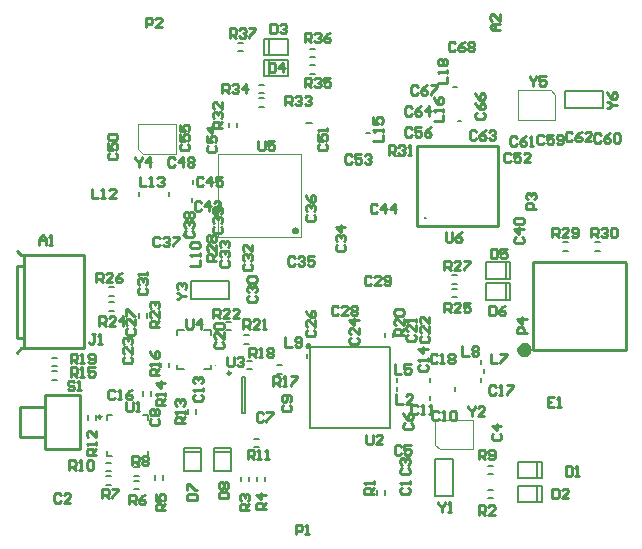
<source format=gto>
%FSLAX25Y25*%
%MOIN*%
G70*
G01*
G75*
%ADD10R,0.05512X0.04724*%
%ADD11R,0.04331X0.07480*%
%ADD12R,0.05315X0.01575*%
%ADD13R,0.09449X0.02992*%
%ADD14R,0.05118X0.02756*%
%ADD15O,0.03347X0.01102*%
%ADD16O,0.01102X0.03347*%
%ADD17R,0.06693X0.06693*%
%ADD18R,0.16535X0.16535*%
%ADD19O,0.02900X0.01100*%
%ADD20O,0.01100X0.02900*%
%ADD21R,0.15748X0.15748*%
%ADD22R,0.17606X0.17606*%
%ADD23O,0.03347X0.01102*%
%ADD24O,0.01102X0.03347*%
%ADD25R,0.04724X0.04724*%
%ADD26R,0.04921X0.07874*%
%ADD27R,0.02756X0.03543*%
%ADD28R,0.02756X0.00984*%
%ADD29R,0.02402X0.08661*%
%ADD30R,0.05512X0.04331*%
%ADD31R,0.01181X0.01181*%
%ADD32R,0.01181X0.01181*%
%ADD33R,0.02362X0.01969*%
%ADD34R,0.01969X0.02362*%
%ADD35R,0.02756X0.03543*%
%ADD36R,0.03543X0.02756*%
%ADD37R,0.02992X0.09449*%
%ADD38R,0.04331X0.05512*%
%ADD39R,0.04724X0.04724*%
%ADD40R,0.07480X0.04331*%
%ADD41C,0.01200*%
%ADD42C,0.02000*%
%ADD43C,0.01000*%
%ADD44C,0.01500*%
%ADD45O,0.06299X0.04724*%
%ADD46C,0.04724*%
%ADD47R,0.06299X0.06299*%
%ADD48C,0.06299*%
%ADD49R,0.07480X0.07480*%
%ADD50C,0.07480*%
%ADD51C,0.02400*%
%ADD52C,0.03150*%
%ADD53C,0.04000*%
%ADD54O,0.08331X0.06756*%
%ADD55C,0.06756*%
G04:AMPARAMS|DCode=56|XSize=99.37mil|YSize=99.37mil|CornerRadius=0mil|HoleSize=0mil|Usage=FLASHONLY|Rotation=0.000|XOffset=0mil|YOffset=0mil|HoleType=Round|Shape=Relief|Width=10mil|Gap=10mil|Entries=4|*
%AMTHD56*
7,0,0,0.09937,0.07937,0.01000,45*
%
%ADD56THD56*%
%ADD57C,0.07937*%
G04:AMPARAMS|DCode=58|XSize=95.433mil|YSize=95.433mil|CornerRadius=0mil|HoleSize=0mil|Usage=FLASHONLY|Rotation=0.000|XOffset=0mil|YOffset=0mil|HoleType=Round|Shape=Relief|Width=10mil|Gap=10mil|Entries=4|*
%AMTHD58*
7,0,0,0.09543,0.07543,0.01000,45*
%
%ADD58THD58*%
%ADD59C,0.07543*%
G04:AMPARAMS|DCode=60|XSize=72mil|YSize=72mil|CornerRadius=0mil|HoleSize=0mil|Usage=FLASHONLY|Rotation=0.000|XOffset=0mil|YOffset=0mil|HoleType=Round|Shape=Relief|Width=10mil|Gap=10mil|Entries=4|*
%AMTHD60*
7,0,0,0.07200,0.05200,0.01000,45*
%
%ADD60THD60*%
%ADD61C,0.05200*%
%ADD62C,0.00984*%
%ADD63C,0.00394*%
%ADD64C,0.00315*%
%ADD65C,0.00787*%
%ADD66C,0.00500*%
G36*
X192083Y173745D02*
X192414Y173524D01*
X192635Y173193D01*
X192712Y172803D01*
X192635Y172413D01*
X192414Y172082D01*
X192083Y171861D01*
X191693Y171784D01*
X191303Y171861D01*
X190972Y172082D01*
X190751Y172413D01*
X190673Y172803D01*
X190751Y173193D01*
X190972Y173524D01*
X191303Y173745D01*
X191693Y173823D01*
X192083Y173745D01*
D02*
G37*
G36*
X264713Y173705D02*
X265494Y173183D01*
X266017Y172402D01*
X266200Y171480D01*
X266017Y170559D01*
X265494Y169777D01*
X264713Y169255D01*
X263791Y169072D01*
X262870Y169255D01*
X262088Y169777D01*
X261566Y170559D01*
X261383Y171480D01*
X261566Y172402D01*
X262088Y173183D01*
X262870Y173705D01*
X263791Y173889D01*
X264713Y173705D01*
D02*
G37*
G36*
X231009Y215910D02*
X231167Y215528D01*
X231009Y215145D01*
X230626Y214986D01*
X230243Y215145D01*
X230085Y215528D01*
X230243Y215910D01*
X230626Y216069D01*
X231009Y215910D01*
D02*
G37*
G36*
X187772Y212301D02*
X188163Y212040D01*
X188424Y211650D01*
X188515Y211189D01*
X188424Y210728D01*
X188163Y210337D01*
X187772Y210076D01*
X187311Y209985D01*
X186850Y210076D01*
X186460Y210337D01*
X186198Y210728D01*
X186107Y211189D01*
X186198Y211650D01*
X186460Y212040D01*
X186850Y212301D01*
X187311Y212393D01*
X187772Y212301D01*
D02*
G37*
D43*
X94500Y170500D02*
X96000Y172000D01*
X97000D01*
X94500Y204500D02*
X96000Y203000D01*
X97000D01*
X94500Y199500D02*
X97000D01*
X94500Y175500D02*
Y199500D01*
Y175500D02*
X97000D01*
Y172000D02*
X117000D01*
X97000D02*
Y203000D01*
X117000D01*
Y172000D02*
Y203000D01*
X228028Y212653D02*
X255035D01*
X228028D02*
Y239543D01*
X255035D01*
Y212653D02*
Y239543D01*
X104000Y138500D02*
X115500D01*
X104000D02*
Y156500D01*
X115500D01*
Y138500D02*
Y156500D01*
X95500Y142500D02*
X104000D01*
X95500D02*
Y152500D01*
X104000D01*
X266512Y200933D02*
X297067D01*
X297500Y200500D01*
Y171500D02*
Y200500D01*
X297433Y171433D02*
X297500Y171500D01*
X266512Y171433D02*
X297433D01*
X266512D02*
Y200933D01*
X134000Y235699D02*
Y235166D01*
X135066Y234100D01*
X136133Y235166D01*
Y235699D01*
X135066Y234100D02*
Y232500D01*
X138798D02*
Y235699D01*
X137199Y234100D01*
X139332D01*
X147801Y188500D02*
X148334D01*
X149400Y189566D01*
X148334Y190633D01*
X147801D01*
X149400Y189566D02*
X151000D01*
X148334Y191699D02*
X147801Y192232D01*
Y193298D01*
X148334Y193832D01*
X148867D01*
X149400Y193298D01*
Y192765D01*
Y193298D01*
X149934Y193832D01*
X150467D01*
X151000Y193298D01*
Y192232D01*
X150467Y191699D01*
X120633Y176699D02*
X119566D01*
X120099D01*
Y174033D01*
X119566Y173500D01*
X119033D01*
X118500Y174033D01*
X121699Y173500D02*
X122765D01*
X122232D01*
Y176699D01*
X121699Y176166D01*
X267500Y218500D02*
X264301D01*
Y220099D01*
X264834Y220633D01*
X265900D01*
X266434Y220099D01*
Y218500D01*
X264834Y221699D02*
X264301Y222232D01*
Y223299D01*
X264834Y223832D01*
X265367D01*
X265900Y223299D01*
Y222765D01*
Y223299D01*
X266434Y223832D01*
X266967D01*
X267500Y223299D01*
Y222232D01*
X266967Y221699D01*
X164724Y169199D02*
Y166533D01*
X165258Y166000D01*
X166324D01*
X166857Y166533D01*
Y169199D01*
X167923Y168666D02*
X168456Y169199D01*
X169523D01*
X170056Y168666D01*
Y168133D01*
X169523Y167599D01*
X168990D01*
X169523D01*
X170056Y167066D01*
Y166533D01*
X169523Y166000D01*
X168456D01*
X167923Y166533D01*
X131000Y154199D02*
Y151533D01*
X131533Y151000D01*
X132599D01*
X133133Y151533D01*
Y154199D01*
X134199Y151000D02*
X135265D01*
X134732D01*
Y154199D01*
X134199Y153666D01*
X237500Y210699D02*
Y208033D01*
X238033Y207500D01*
X239100D01*
X239633Y208033D01*
Y210699D01*
X242832D02*
X241765Y210166D01*
X240699Y209100D01*
Y208033D01*
X241232Y207500D01*
X242299D01*
X242832Y208033D01*
Y208566D01*
X242299Y209100D01*
X240699D01*
X211000Y143199D02*
Y140533D01*
X211533Y140000D01*
X212599D01*
X213133Y140533D01*
Y143199D01*
X216332Y140000D02*
X214199D01*
X216332Y142133D01*
Y142666D01*
X215798Y143199D01*
X214732D01*
X214199Y142666D01*
X175000Y241199D02*
Y238533D01*
X175533Y238000D01*
X176600D01*
X177133Y238533D01*
Y241199D01*
X180332D02*
X178199D01*
Y239599D01*
X179265Y240133D01*
X179798D01*
X180332Y239599D01*
Y238533D01*
X179798Y238000D01*
X178732D01*
X178199Y238533D01*
X113633Y160666D02*
X113100Y161199D01*
X112033D01*
X111500Y160666D01*
Y160133D01*
X112033Y159599D01*
X113100D01*
X113633Y159066D01*
Y158533D01*
X113100Y158000D01*
X112033D01*
X111500Y158533D01*
X114699Y158000D02*
X115765D01*
X115232D01*
Y161199D01*
X114699Y160666D01*
X264500Y177000D02*
X261301D01*
Y178600D01*
X261834Y179133D01*
X262900D01*
X263434Y178600D01*
Y177000D01*
X264500Y181799D02*
X261301D01*
X262900Y180199D01*
Y182332D01*
X161801Y122000D02*
X165000D01*
Y123600D01*
X164467Y124133D01*
X162334D01*
X161801Y123600D01*
Y122000D01*
X162334Y125199D02*
X161801Y125732D01*
Y126798D01*
X162334Y127332D01*
X162867D01*
X163400Y126798D01*
X163934Y127332D01*
X164467D01*
X165000Y126798D01*
Y125732D01*
X164467Y125199D01*
X163934D01*
X163400Y125732D01*
X162867Y125199D01*
X162334D01*
X163400Y125732D02*
Y126798D01*
X273633Y155699D02*
X271500D01*
Y152500D01*
X273633D01*
X271500Y154100D02*
X272566D01*
X274699Y152500D02*
X275765D01*
X275232D01*
Y155699D01*
X274699Y155166D01*
X112000Y131500D02*
Y134699D01*
X113600D01*
X114133Y134166D01*
Y133099D01*
X113600Y132566D01*
X112000D01*
X113066D02*
X114133Y131500D01*
X115199D02*
X116265D01*
X115732D01*
Y134699D01*
X115199Y134166D01*
X117865D02*
X118398Y134699D01*
X119464D01*
X119997Y134166D01*
Y132033D01*
X119464Y131500D01*
X118398D01*
X117865Y132033D01*
Y134166D01*
X151000Y181699D02*
Y179033D01*
X151533Y178500D01*
X152600D01*
X153133Y179033D01*
Y181699D01*
X155798Y178500D02*
Y181699D01*
X154199Y180099D01*
X156332D01*
X139334Y148633D02*
X138801Y148100D01*
Y147033D01*
X139334Y146500D01*
X141467D01*
X142000Y147033D01*
Y148100D01*
X141467Y148633D01*
X139334Y149699D02*
X138801Y150232D01*
Y151298D01*
X139334Y151832D01*
X139867D01*
X140401Y151298D01*
X140934Y151832D01*
X141467D01*
X142000Y151298D01*
Y150232D01*
X141467Y149699D01*
X140934D01*
X140401Y150232D01*
X139867Y149699D01*
X139334D01*
X140401Y150232D02*
Y151298D01*
X255500Y278000D02*
X253367D01*
X252301Y279066D01*
X253367Y280133D01*
X255500D01*
X253901D01*
Y278000D01*
X255500Y283332D02*
Y281199D01*
X253367Y283332D01*
X252834D01*
X252301Y282799D01*
Y281732D01*
X252834Y281199D01*
X102000Y206500D02*
Y208633D01*
X103066Y209699D01*
X104133Y208633D01*
Y206500D01*
Y208100D01*
X102000D01*
X105199Y206500D02*
X106265D01*
X105732D01*
Y209699D01*
X105199Y209166D01*
X183334Y153133D02*
X182801Y152600D01*
Y151533D01*
X183334Y151000D01*
X185467D01*
X186000Y151533D01*
Y152600D01*
X185467Y153133D01*
Y154199D02*
X186000Y154732D01*
Y155798D01*
X185467Y156332D01*
X183334D01*
X182801Y155798D01*
Y154732D01*
X183334Y154199D01*
X183867D01*
X184400Y154732D01*
Y156332D01*
X195334Y240133D02*
X194801Y239599D01*
Y238533D01*
X195334Y238000D01*
X197467D01*
X198000Y238533D01*
Y239599D01*
X197467Y240133D01*
X194801Y243332D02*
Y241199D01*
X196400D01*
X195867Y242265D01*
Y242798D01*
X196400Y243332D01*
X197467D01*
X198000Y242798D01*
Y241732D01*
X197467Y241199D01*
X198000Y244398D02*
Y245464D01*
Y244931D01*
X194801D01*
X195334Y244398D01*
X112500Y167000D02*
Y170199D01*
X114100D01*
X114633Y169666D01*
Y168599D01*
X114100Y168066D01*
X112500D01*
X113566D02*
X114633Y167000D01*
X115699D02*
X116765D01*
X116232D01*
Y170199D01*
X115699Y169666D01*
X118365Y167533D02*
X118898Y167000D01*
X119964D01*
X120497Y167533D01*
Y169666D01*
X119964Y170199D01*
X118898D01*
X118365Y169666D01*
Y169133D01*
X118898Y168599D01*
X120497D01*
X163000Y257000D02*
Y260199D01*
X164600D01*
X165133Y259666D01*
Y258599D01*
X164600Y258066D01*
X163000D01*
X164066D02*
X165133Y257000D01*
X166199Y259666D02*
X166732Y260199D01*
X167798D01*
X168332Y259666D01*
Y259133D01*
X167798Y258599D01*
X167265D01*
X167798D01*
X168332Y258066D01*
Y257533D01*
X167798Y257000D01*
X166732D01*
X166199Y257533D01*
X170997Y257000D02*
Y260199D01*
X169398Y258599D01*
X171531D01*
X142000Y163000D02*
X138801D01*
Y164600D01*
X139334Y165133D01*
X140401D01*
X140934Y164600D01*
Y163000D01*
Y164066D02*
X142000Y165133D01*
Y166199D02*
Y167265D01*
Y166732D01*
X138801D01*
X139334Y166199D01*
X138801Y170997D02*
X139334Y169931D01*
X140401Y168865D01*
X141467D01*
X142000Y169398D01*
Y170464D01*
X141467Y170997D01*
X140934D01*
X140401Y170464D01*
Y168865D01*
X184000Y253000D02*
Y256199D01*
X185600D01*
X186133Y255666D01*
Y254599D01*
X185600Y254066D01*
X184000D01*
X185066D02*
X186133Y253000D01*
X187199Y255666D02*
X187732Y256199D01*
X188798D01*
X189332Y255666D01*
Y255133D01*
X188798Y254599D01*
X188265D01*
X188798D01*
X189332Y254066D01*
Y253533D01*
X188798Y253000D01*
X187732D01*
X187199Y253533D01*
X190398Y255666D02*
X190931Y256199D01*
X191997D01*
X192531Y255666D01*
Y255133D01*
X191997Y254599D01*
X191464D01*
X191997D01*
X192531Y254066D01*
Y253533D01*
X191997Y253000D01*
X190931D01*
X190398Y253533D01*
X130334Y169133D02*
X129801Y168599D01*
Y167533D01*
X130334Y167000D01*
X132467D01*
X133000Y167533D01*
Y168599D01*
X132467Y169133D01*
X133000Y172332D02*
Y170199D01*
X130867Y172332D01*
X130334D01*
X129801Y171799D01*
Y170732D01*
X130334Y170199D01*
Y173398D02*
X129801Y173931D01*
Y174997D01*
X130334Y175531D01*
X130867D01*
X131401Y174997D01*
Y174464D01*
Y174997D01*
X131934Y175531D01*
X132467D01*
X133000Y174997D01*
Y173931D01*
X132467Y173398D01*
X160834Y174133D02*
X160301Y173600D01*
Y172533D01*
X160834Y172000D01*
X162967D01*
X163500Y172533D01*
Y173600D01*
X162967Y174133D01*
X163500Y177332D02*
Y175199D01*
X161367Y177332D01*
X160834D01*
X160301Y176798D01*
Y175732D01*
X160834Y175199D01*
Y178398D02*
X160301Y178931D01*
Y179997D01*
X160834Y180531D01*
X162967D01*
X163500Y179997D01*
Y178931D01*
X162967Y178398D01*
X160834D01*
X137500Y279000D02*
Y282199D01*
X139100D01*
X139633Y281666D01*
Y280599D01*
X139100Y280066D01*
X137500D01*
X142832Y279000D02*
X140699D01*
X142832Y281133D01*
Y281666D01*
X142298Y282199D01*
X141232D01*
X140699Y281666D01*
X170000Y178500D02*
Y181699D01*
X171599D01*
X172133Y181166D01*
Y180099D01*
X171599Y179566D01*
X170000D01*
X171066D02*
X172133Y178500D01*
X175332D02*
X173199D01*
X175332Y180633D01*
Y181166D01*
X174799Y181699D01*
X173732D01*
X173199Y181166D01*
X176398Y178500D02*
X177464D01*
X176931D01*
Y181699D01*
X176398Y181166D01*
X223834Y147133D02*
X223301Y146599D01*
Y145533D01*
X223834Y145000D01*
X225967D01*
X226500Y145533D01*
Y146599D01*
X225967Y147133D01*
X223301Y150332D02*
X223834Y149265D01*
X224901Y148199D01*
X225967D01*
X226500Y148732D01*
Y149799D01*
X225967Y150332D01*
X225434D01*
X224901Y149799D01*
Y148199D01*
X224834Y176633D02*
X224301Y176100D01*
Y175033D01*
X224834Y174500D01*
X226967D01*
X227500Y175033D01*
Y176100D01*
X226967Y176633D01*
X227500Y179832D02*
Y177699D01*
X225367Y179832D01*
X224834D01*
X224301Y179298D01*
Y178232D01*
X224834Y177699D01*
X227500Y180898D02*
Y181964D01*
Y181431D01*
X224301D01*
X224834Y180898D01*
X228133Y152666D02*
X227600Y153199D01*
X226533D01*
X226000Y152666D01*
Y150533D01*
X226533Y150000D01*
X227600D01*
X228133Y150533D01*
X229199Y150000D02*
X230265D01*
X229732D01*
Y153199D01*
X229199Y152666D01*
X231865Y150000D02*
X232931D01*
X232398D01*
Y153199D01*
X231865Y152666D01*
X229334Y176133D02*
X228801Y175600D01*
Y174533D01*
X229334Y174000D01*
X231467D01*
X232000Y174533D01*
Y175600D01*
X231467Y176133D01*
X232000Y179332D02*
Y177199D01*
X229867Y179332D01*
X229334D01*
X228801Y178798D01*
Y177732D01*
X229334Y177199D01*
X232000Y182531D02*
Y180398D01*
X229867Y182531D01*
X229334D01*
X228801Y181997D01*
Y180931D01*
X229334Y180398D01*
X205834Y175633D02*
X205301Y175100D01*
Y174033D01*
X205834Y173500D01*
X207967D01*
X208500Y174033D01*
Y175100D01*
X207967Y175633D01*
X208500Y178832D02*
Y176699D01*
X206367Y178832D01*
X205834D01*
X205301Y178298D01*
Y177232D01*
X205834Y176699D01*
X208500Y181497D02*
X205301D01*
X206901Y179898D01*
Y182031D01*
X191334Y178133D02*
X190801Y177600D01*
Y176533D01*
X191334Y176000D01*
X193467D01*
X194000Y176533D01*
Y177600D01*
X193467Y178133D01*
X194000Y181332D02*
Y179199D01*
X191867Y181332D01*
X191334D01*
X190801Y180798D01*
Y179732D01*
X191334Y179199D01*
X190801Y184531D02*
X191334Y183464D01*
X192401Y182398D01*
X193467D01*
X194000Y182931D01*
Y183997D01*
X193467Y184531D01*
X192934D01*
X192401Y183997D01*
Y182398D01*
X201633Y185666D02*
X201099Y186199D01*
X200033D01*
X199500Y185666D01*
Y183533D01*
X200033Y183000D01*
X201099D01*
X201633Y183533D01*
X204832Y183000D02*
X202699D01*
X204832Y185133D01*
Y185666D01*
X204298Y186199D01*
X203232D01*
X202699Y185666D01*
X205898D02*
X206431Y186199D01*
X207497D01*
X208031Y185666D01*
Y185133D01*
X207497Y184599D01*
X208031Y184066D01*
Y183533D01*
X207497Y183000D01*
X206431D01*
X205898Y183533D01*
Y184066D01*
X206431Y184599D01*
X205898Y185133D01*
Y185666D01*
X206431Y184599D02*
X207497D01*
X212633Y195666D02*
X212100Y196199D01*
X211033D01*
X210500Y195666D01*
Y193533D01*
X211033Y193000D01*
X212100D01*
X212633Y193533D01*
X215832Y193000D02*
X213699D01*
X215832Y195133D01*
Y195666D01*
X215299Y196199D01*
X214232D01*
X213699Y195666D01*
X216898Y193533D02*
X217431Y193000D01*
X218497D01*
X219031Y193533D01*
Y195666D01*
X218497Y196199D01*
X217431D01*
X216898Y195666D01*
Y195133D01*
X217431Y194599D01*
X219031D01*
X235133Y150666D02*
X234599Y151199D01*
X233533D01*
X233000Y150666D01*
Y148533D01*
X233533Y148000D01*
X234599D01*
X235133Y148533D01*
X236199Y148000D02*
X237265D01*
X236732D01*
Y151199D01*
X236199Y150666D01*
X238865D02*
X239398Y151199D01*
X240464D01*
X240997Y150666D01*
Y148533D01*
X240464Y148000D01*
X239398D01*
X238865Y148533D01*
Y150666D01*
X228834Y166633D02*
X228301Y166100D01*
Y165033D01*
X228834Y164500D01*
X230967D01*
X231500Y165033D01*
Y166100D01*
X230967Y166633D01*
X231500Y167699D02*
Y168765D01*
Y168232D01*
X228301D01*
X228834Y167699D01*
X231500Y171964D02*
X228301D01*
X229901Y170365D01*
Y172497D01*
X254133Y159166D02*
X253600Y159699D01*
X252533D01*
X252000Y159166D01*
Y157033D01*
X252533Y156500D01*
X253600D01*
X254133Y157033D01*
X255199Y156500D02*
X256265D01*
X255732D01*
Y159699D01*
X255199Y159166D01*
X257865Y159699D02*
X259997D01*
Y159166D01*
X257865Y157033D01*
Y156500D01*
X234633Y169666D02*
X234100Y170199D01*
X233033D01*
X232500Y169666D01*
Y167533D01*
X233033Y167000D01*
X234100D01*
X234633Y167533D01*
X235699Y167000D02*
X236765D01*
X236232D01*
Y170199D01*
X235699Y169666D01*
X238365D02*
X238898Y170199D01*
X239964D01*
X240497Y169666D01*
Y169133D01*
X239964Y168599D01*
X240497Y168066D01*
Y167533D01*
X239964Y167000D01*
X238898D01*
X238365Y167533D01*
Y168066D01*
X238898Y168599D01*
X238365Y169133D01*
Y169666D01*
X238898Y168599D02*
X239964D01*
X222633Y139166D02*
X222099Y139699D01*
X221033D01*
X220500Y139166D01*
Y137033D01*
X221033Y136500D01*
X222099D01*
X222633Y137033D01*
X225832Y139699D02*
X223699D01*
Y138100D01*
X224765Y138633D01*
X225299D01*
X225832Y138100D01*
Y137033D01*
X225299Y136500D01*
X224232D01*
X223699Y137033D01*
X253334Y143633D02*
X252801Y143099D01*
Y142033D01*
X253334Y141500D01*
X255467D01*
X256000Y142033D01*
Y143099D01*
X255467Y143633D01*
X256000Y146299D02*
X252801D01*
X254400Y144699D01*
Y146832D01*
X222834Y132133D02*
X222301Y131599D01*
Y130533D01*
X222834Y130000D01*
X224967D01*
X225500Y130533D01*
Y131599D01*
X224967Y132133D01*
X222834Y133199D02*
X222301Y133732D01*
Y134799D01*
X222834Y135332D01*
X223367D01*
X223901Y134799D01*
Y134265D01*
Y134799D01*
X224434Y135332D01*
X224967D01*
X225500Y134799D01*
Y133732D01*
X224967Y133199D01*
X222834Y125633D02*
X222301Y125100D01*
Y124033D01*
X222834Y123500D01*
X224967D01*
X225500Y124033D01*
Y125100D01*
X224967Y125633D01*
X225500Y126699D02*
Y127765D01*
Y127232D01*
X222301D01*
X222834Y126699D01*
X247633Y244166D02*
X247099Y244699D01*
X246033D01*
X245500Y244166D01*
Y242033D01*
X246033Y241500D01*
X247099D01*
X247633Y242033D01*
X250832Y244699D02*
X249765Y244166D01*
X248699Y243099D01*
Y242033D01*
X249232Y241500D01*
X250299D01*
X250832Y242033D01*
Y242566D01*
X250299Y243099D01*
X248699D01*
X251898Y244166D02*
X252431Y244699D01*
X253497D01*
X254031Y244166D01*
Y243633D01*
X253497Y243099D01*
X252964D01*
X253497D01*
X254031Y242566D01*
Y242033D01*
X253497Y241500D01*
X252431D01*
X251898Y242033D01*
X226133Y252166D02*
X225600Y252699D01*
X224533D01*
X224000Y252166D01*
Y250033D01*
X224533Y249500D01*
X225600D01*
X226133Y250033D01*
X229332Y252699D02*
X228265Y252166D01*
X227199Y251099D01*
Y250033D01*
X227732Y249500D01*
X228799D01*
X229332Y250033D01*
Y250566D01*
X228799Y251099D01*
X227199D01*
X231997Y249500D02*
Y252699D01*
X230398Y251099D01*
X232531D01*
X226133Y245166D02*
X225600Y245699D01*
X224533D01*
X224000Y245166D01*
Y243033D01*
X224533Y242500D01*
X225600D01*
X226133Y243033D01*
X229332Y245699D02*
X227199D01*
Y244099D01*
X228265Y244633D01*
X228799D01*
X229332Y244099D01*
Y243033D01*
X228799Y242500D01*
X227732D01*
X227199Y243033D01*
X232531Y245699D02*
X231464Y245166D01*
X230398Y244099D01*
Y243033D01*
X230931Y242500D01*
X231997D01*
X232531Y243033D01*
Y243566D01*
X231997Y244099D01*
X230398D01*
X259133Y236666D02*
X258599Y237199D01*
X257533D01*
X257000Y236666D01*
Y234533D01*
X257533Y234000D01*
X258599D01*
X259133Y234533D01*
X262332Y237199D02*
X260199D01*
Y235599D01*
X261265Y236133D01*
X261799D01*
X262332Y235599D01*
Y234533D01*
X261799Y234000D01*
X260732D01*
X260199Y234533D01*
X265531Y234000D02*
X263398D01*
X265531Y236133D01*
Y236666D01*
X264997Y237199D01*
X263931D01*
X263398Y236666D01*
X260834Y209133D02*
X260301Y208599D01*
Y207533D01*
X260834Y207000D01*
X262967D01*
X263500Y207533D01*
Y208599D01*
X262967Y209133D01*
X263500Y211799D02*
X260301D01*
X261900Y210199D01*
Y212332D01*
X260834Y213398D02*
X260301Y213931D01*
Y214997D01*
X260834Y215531D01*
X262967D01*
X263500Y214997D01*
Y213931D01*
X262967Y213398D01*
X260834D01*
X206133Y236166D02*
X205599Y236699D01*
X204533D01*
X204000Y236166D01*
Y234033D01*
X204533Y233500D01*
X205599D01*
X206133Y234033D01*
X209332Y236699D02*
X207199D01*
Y235100D01*
X208265Y235633D01*
X208799D01*
X209332Y235100D01*
Y234033D01*
X208799Y233500D01*
X207732D01*
X207199Y234033D01*
X210398Y236166D02*
X210931Y236699D01*
X211997D01*
X212531Y236166D01*
Y235633D01*
X211997Y235100D01*
X211464D01*
X211997D01*
X212531Y234566D01*
Y234033D01*
X211997Y233500D01*
X210931D01*
X210398Y234033D01*
X214633Y219666D02*
X214100Y220199D01*
X213033D01*
X212500Y219666D01*
Y217533D01*
X213033Y217000D01*
X214100D01*
X214633Y217533D01*
X217299Y217000D02*
Y220199D01*
X215699Y218600D01*
X217832D01*
X220497Y217000D02*
Y220199D01*
X218898Y218600D01*
X221031D01*
X247834Y250633D02*
X247301Y250099D01*
Y249033D01*
X247834Y248500D01*
X249967D01*
X250500Y249033D01*
Y250099D01*
X249967Y250633D01*
X247301Y253832D02*
X247834Y252765D01*
X248901Y251699D01*
X249967D01*
X250500Y252232D01*
Y253298D01*
X249967Y253832D01*
X249434D01*
X248901Y253298D01*
Y251699D01*
X247301Y257031D02*
X247834Y255964D01*
X248901Y254898D01*
X249967D01*
X250500Y255431D01*
Y256497D01*
X249967Y257031D01*
X249434D01*
X248901Y256497D01*
Y254898D01*
X228133Y259166D02*
X227600Y259699D01*
X226533D01*
X226000Y259166D01*
Y257033D01*
X226533Y256500D01*
X227600D01*
X228133Y257033D01*
X231332Y259699D02*
X230265Y259166D01*
X229199Y258100D01*
Y257033D01*
X229732Y256500D01*
X230799D01*
X231332Y257033D01*
Y257566D01*
X230799Y258100D01*
X229199D01*
X232398Y259699D02*
X234531D01*
Y259166D01*
X232398Y257033D01*
Y256500D01*
X240633Y273666D02*
X240100Y274199D01*
X239033D01*
X238500Y273666D01*
Y271533D01*
X239033Y271000D01*
X240100D01*
X240633Y271533D01*
X243832Y274199D02*
X242765Y273666D01*
X241699Y272600D01*
Y271533D01*
X242232Y271000D01*
X243299D01*
X243832Y271533D01*
Y272066D01*
X243299Y272600D01*
X241699D01*
X244898Y273666D02*
X245431Y274199D01*
X246497D01*
X247031Y273666D01*
Y273133D01*
X246497Y272600D01*
X247031Y272066D01*
Y271533D01*
X246497Y271000D01*
X245431D01*
X244898Y271533D01*
Y272066D01*
X245431Y272600D01*
X244898Y273133D01*
Y273666D01*
X245431Y272600D02*
X246497D01*
X270133Y242666D02*
X269600Y243199D01*
X268533D01*
X268000Y242666D01*
Y240533D01*
X268533Y240000D01*
X269600D01*
X270133Y240533D01*
X273332Y243199D02*
X271199D01*
Y241599D01*
X272265Y242133D01*
X272798D01*
X273332Y241599D01*
Y240533D01*
X272798Y240000D01*
X271732D01*
X271199Y240533D01*
X274398D02*
X274931Y240000D01*
X275997D01*
X276531Y240533D01*
Y242666D01*
X275997Y243199D01*
X274931D01*
X274398Y242666D01*
Y242133D01*
X274931Y241599D01*
X276531D01*
X261133Y242166D02*
X260599Y242699D01*
X259533D01*
X259000Y242166D01*
Y240033D01*
X259533Y239500D01*
X260599D01*
X261133Y240033D01*
X264332Y242699D02*
X263265Y242166D01*
X262199Y241100D01*
Y240033D01*
X262732Y239500D01*
X263798D01*
X264332Y240033D01*
Y240566D01*
X263798Y241100D01*
X262199D01*
X265398Y239500D02*
X266464D01*
X265931D01*
Y242699D01*
X265398Y242166D01*
X279633Y243666D02*
X279099Y244199D01*
X278033D01*
X277500Y243666D01*
Y241533D01*
X278033Y241000D01*
X279099D01*
X279633Y241533D01*
X282832Y244199D02*
X281765Y243666D01*
X280699Y242600D01*
Y241533D01*
X281232Y241000D01*
X282298D01*
X282832Y241533D01*
Y242066D01*
X282298Y242600D01*
X280699D01*
X286031Y241000D02*
X283898D01*
X286031Y243133D01*
Y243666D01*
X285497Y244199D01*
X284431D01*
X283898Y243666D01*
X289133Y243166D02*
X288599Y243699D01*
X287533D01*
X287000Y243166D01*
Y241033D01*
X287533Y240500D01*
X288599D01*
X289133Y241033D01*
X292332Y243699D02*
X291265Y243166D01*
X290199Y242099D01*
Y241033D01*
X290732Y240500D01*
X291798D01*
X292332Y241033D01*
Y241566D01*
X291798Y242099D01*
X290199D01*
X293398Y243166D02*
X293931Y243699D01*
X294997D01*
X295531Y243166D01*
Y241033D01*
X294997Y240500D01*
X293931D01*
X293398Y241033D01*
Y243166D01*
X135334Y192133D02*
X134801Y191600D01*
Y190533D01*
X135334Y190000D01*
X137467D01*
X138000Y190533D01*
Y191600D01*
X137467Y192133D01*
X135334Y193199D02*
X134801Y193732D01*
Y194799D01*
X135334Y195332D01*
X135867D01*
X136400Y194799D01*
Y194265D01*
Y194799D01*
X136934Y195332D01*
X137467D01*
X138000Y194799D01*
Y193732D01*
X137467Y193199D01*
X138000Y196398D02*
Y197464D01*
Y196931D01*
X134801D01*
X135334Y196398D01*
X131334Y178663D02*
X130801Y178130D01*
Y177064D01*
X131334Y176531D01*
X133467D01*
X134000Y177064D01*
Y178130D01*
X133467Y178663D01*
X134000Y181862D02*
Y179729D01*
X131867Y181862D01*
X131334D01*
X130801Y181329D01*
Y180263D01*
X131334Y179729D01*
X130801Y182929D02*
Y185061D01*
X131334D01*
X133467Y182929D01*
X134000D01*
X147133Y235166D02*
X146599Y235699D01*
X145533D01*
X145000Y235166D01*
Y233033D01*
X145533Y232500D01*
X146599D01*
X147133Y233033D01*
X149799Y232500D02*
Y235699D01*
X148199Y234100D01*
X150332D01*
X151398Y235166D02*
X151931Y235699D01*
X152997D01*
X153531Y235166D01*
Y234633D01*
X152997Y234100D01*
X153531Y233566D01*
Y233033D01*
X152997Y232500D01*
X151931D01*
X151398Y233033D01*
Y233566D01*
X151931Y234100D01*
X151398Y234633D01*
Y235166D01*
X151931Y234100D02*
X152997D01*
X160334Y212633D02*
X159801Y212100D01*
Y211033D01*
X160334Y210500D01*
X162467D01*
X163000Y211033D01*
Y212100D01*
X162467Y212633D01*
X160334Y213699D02*
X159801Y214232D01*
Y215299D01*
X160334Y215832D01*
X160867D01*
X161400Y215299D01*
Y214765D01*
Y215299D01*
X161934Y215832D01*
X162467D01*
X163000Y215299D01*
Y214232D01*
X162467Y213699D01*
Y216898D02*
X163000Y217431D01*
Y218497D01*
X162467Y219031D01*
X160334D01*
X159801Y218497D01*
Y217431D01*
X160334Y216898D01*
X160867D01*
X161400Y217431D01*
Y219031D01*
X150834Y211133D02*
X150301Y210599D01*
Y209533D01*
X150834Y209000D01*
X152967D01*
X153500Y209533D01*
Y210599D01*
X152967Y211133D01*
X150834Y212199D02*
X150301Y212732D01*
Y213798D01*
X150834Y214332D01*
X151367D01*
X151900Y213798D01*
Y213265D01*
Y213798D01*
X152434Y214332D01*
X152967D01*
X153500Y213798D01*
Y212732D01*
X152967Y212199D01*
X150834Y215398D02*
X150301Y215931D01*
Y216997D01*
X150834Y217531D01*
X151367D01*
X151900Y216997D01*
X152434Y217531D01*
X152967D01*
X153500Y216997D01*
Y215931D01*
X152967Y215398D01*
X152434D01*
X151900Y215931D01*
X151367Y215398D01*
X150834D01*
X151900Y215931D02*
Y216997D01*
X158334Y239633D02*
X157801Y239100D01*
Y238033D01*
X158334Y237500D01*
X160467D01*
X161000Y238033D01*
Y239100D01*
X160467Y239633D01*
X157801Y242832D02*
Y240699D01*
X159400D01*
X158867Y241765D01*
Y242299D01*
X159400Y242832D01*
X160467D01*
X161000Y242299D01*
Y241232D01*
X160467Y240699D01*
X161000Y245497D02*
X157801D01*
X159400Y243898D01*
Y246031D01*
X162728Y201400D02*
X162195Y200867D01*
Y199801D01*
X162728Y199268D01*
X164861D01*
X165394Y199801D01*
Y200867D01*
X164861Y201400D01*
X162728Y202467D02*
X162195Y203000D01*
Y204066D01*
X162728Y204599D01*
X163261D01*
X163794Y204066D01*
Y203533D01*
Y204066D01*
X164327Y204599D01*
X164861D01*
X165394Y204066D01*
Y203000D01*
X164861Y202467D01*
X162728Y205666D02*
X162195Y206199D01*
Y207265D01*
X162728Y207798D01*
X163261D01*
X163794Y207265D01*
Y206732D01*
Y207265D01*
X164327Y207798D01*
X164861D01*
X165394Y207265D01*
Y206199D01*
X164861Y205666D01*
X187133Y202166D02*
X186600Y202699D01*
X185533D01*
X185000Y202166D01*
Y200033D01*
X185533Y199500D01*
X186600D01*
X187133Y200033D01*
X188199Y202166D02*
X188732Y202699D01*
X189798D01*
X190332Y202166D01*
Y201633D01*
X189798Y201099D01*
X189265D01*
X189798D01*
X190332Y200566D01*
Y200033D01*
X189798Y199500D01*
X188732D01*
X188199Y200033D01*
X193531Y202699D02*
X191398D01*
Y201099D01*
X192464Y201633D01*
X192997D01*
X193531Y201099D01*
Y200033D01*
X192997Y199500D01*
X191931D01*
X191398Y200033D01*
X142133Y208666D02*
X141600Y209199D01*
X140533D01*
X140000Y208666D01*
Y206533D01*
X140533Y206000D01*
X141600D01*
X142133Y206533D01*
X143199Y208666D02*
X143732Y209199D01*
X144799D01*
X145332Y208666D01*
Y208133D01*
X144799Y207599D01*
X144265D01*
X144799D01*
X145332Y207066D01*
Y206533D01*
X144799Y206000D01*
X143732D01*
X143199Y206533D01*
X146398Y209199D02*
X148531D01*
Y208666D01*
X146398Y206533D01*
Y206000D01*
X156633Y228666D02*
X156099Y229199D01*
X155033D01*
X154500Y228666D01*
Y226533D01*
X155033Y226000D01*
X156099D01*
X156633Y226533D01*
X159299Y226000D02*
Y229199D01*
X157699Y227600D01*
X159832D01*
X163031Y229199D02*
X160898D01*
Y227600D01*
X161964Y228133D01*
X162497D01*
X163031Y227600D01*
Y226533D01*
X162497Y226000D01*
X161431D01*
X160898Y226533D01*
X155963Y220557D02*
X155430Y221091D01*
X154364D01*
X153831Y220557D01*
Y218425D01*
X154364Y217892D01*
X155430D01*
X155963Y218425D01*
X158629Y217892D02*
Y221091D01*
X157030Y219491D01*
X159162D01*
X160229Y220557D02*
X160762Y221091D01*
X161828D01*
X162361Y220557D01*
Y220024D01*
X161828Y219491D01*
X161295D01*
X161828D01*
X162361Y218958D01*
Y218425D01*
X161828Y217892D01*
X160762D01*
X160229Y218425D01*
X125334Y237133D02*
X124801Y236599D01*
Y235533D01*
X125334Y235000D01*
X127467D01*
X128000Y235533D01*
Y236599D01*
X127467Y237133D01*
X124801Y240332D02*
Y238199D01*
X126400D01*
X125867Y239265D01*
Y239798D01*
X126400Y240332D01*
X127467D01*
X128000Y239798D01*
Y238732D01*
X127467Y238199D01*
X125334Y241398D02*
X124801Y241931D01*
Y242997D01*
X125334Y243531D01*
X127467D01*
X128000Y242997D01*
Y241931D01*
X127467Y241398D01*
X125334D01*
X149334Y240133D02*
X148801Y239599D01*
Y238533D01*
X149334Y238000D01*
X151467D01*
X152000Y238533D01*
Y239599D01*
X151467Y240133D01*
X148801Y243332D02*
Y241199D01*
X150400D01*
X149867Y242265D01*
Y242798D01*
X150400Y243332D01*
X151467D01*
X152000Y242798D01*
Y241732D01*
X151467Y241199D01*
X148801Y246531D02*
Y244398D01*
X150400D01*
X149867Y245464D01*
Y245997D01*
X150400Y246531D01*
X151467D01*
X152000Y245997D01*
Y244931D01*
X151467Y244398D01*
X171834Y189633D02*
X171301Y189100D01*
Y188033D01*
X171834Y187500D01*
X173967D01*
X174500Y188033D01*
Y189100D01*
X173967Y189633D01*
X171834Y190699D02*
X171301Y191232D01*
Y192298D01*
X171834Y192832D01*
X172367D01*
X172900Y192298D01*
Y191765D01*
Y192298D01*
X173434Y192832D01*
X173967D01*
X174500Y192298D01*
Y191232D01*
X173967Y190699D01*
X171834Y193898D02*
X171301Y194431D01*
Y195497D01*
X171834Y196031D01*
X173967D01*
X174500Y195497D01*
Y194431D01*
X173967Y193898D01*
X171834D01*
X170334Y200133D02*
X169801Y199600D01*
Y198533D01*
X170334Y198000D01*
X172467D01*
X173000Y198533D01*
Y199600D01*
X172467Y200133D01*
X170334Y201199D02*
X169801Y201732D01*
Y202799D01*
X170334Y203332D01*
X170867D01*
X171400Y202799D01*
Y202265D01*
Y202799D01*
X171934Y203332D01*
X172467D01*
X173000Y202799D01*
Y201732D01*
X172467Y201199D01*
X173000Y206531D02*
Y204398D01*
X170867Y206531D01*
X170334D01*
X169801Y205997D01*
Y204931D01*
X170334Y204398D01*
X191334Y216633D02*
X190801Y216100D01*
Y215033D01*
X191334Y214500D01*
X193467D01*
X194000Y215033D01*
Y216100D01*
X193467Y216633D01*
X191334Y217699D02*
X190801Y218232D01*
Y219299D01*
X191334Y219832D01*
X191867D01*
X192401Y219299D01*
Y218765D01*
Y219299D01*
X192934Y219832D01*
X193467D01*
X194000Y219299D01*
Y218232D01*
X193467Y217699D01*
X190801Y223031D02*
X191334Y221964D01*
X192401Y220898D01*
X193467D01*
X194000Y221431D01*
Y222497D01*
X193467Y223031D01*
X192934D01*
X192401Y222497D01*
Y220898D01*
X201334Y206633D02*
X200801Y206100D01*
Y205033D01*
X201334Y204500D01*
X203467D01*
X204000Y205033D01*
Y206100D01*
X203467Y206633D01*
X201334Y207699D02*
X200801Y208232D01*
Y209298D01*
X201334Y209832D01*
X201867D01*
X202400Y209298D01*
Y208765D01*
Y209298D01*
X202934Y209832D01*
X203467D01*
X204000Y209298D01*
Y208232D01*
X203467Y207699D01*
X204000Y212497D02*
X200801D01*
X202400Y210898D01*
Y213031D01*
X153834Y156633D02*
X153301Y156099D01*
Y155033D01*
X153834Y154500D01*
X155967D01*
X156500Y155033D01*
Y156099D01*
X155967Y156633D01*
X156500Y157699D02*
Y158765D01*
Y158232D01*
X153301D01*
X153834Y157699D01*
Y160365D02*
X153301Y160898D01*
Y161964D01*
X153834Y162497D01*
X154367D01*
X154901Y161964D01*
Y161431D01*
Y161964D01*
X155434Y162497D01*
X155967D01*
X156500Y161964D01*
Y160898D01*
X155967Y160365D01*
X176633Y150166D02*
X176100Y150699D01*
X175033D01*
X174500Y150166D01*
Y148033D01*
X175033Y147500D01*
X176100D01*
X176633Y148033D01*
X177699Y150699D02*
X179832D01*
Y150166D01*
X177699Y148033D01*
Y147500D01*
X127133Y157666D02*
X126600Y158199D01*
X125533D01*
X125000Y157666D01*
Y155533D01*
X125533Y155000D01*
X126600D01*
X127133Y155533D01*
X128199Y155000D02*
X129265D01*
X128732D01*
Y158199D01*
X128199Y157666D01*
X132997Y158199D02*
X131931Y157666D01*
X130865Y156599D01*
Y155533D01*
X131398Y155000D01*
X132464D01*
X132997Y155533D01*
Y156066D01*
X132464Y156599D01*
X130865D01*
X109133Y123166D02*
X108599Y123699D01*
X107533D01*
X107000Y123166D01*
Y121033D01*
X107533Y120500D01*
X108599D01*
X109133Y121033D01*
X112332Y120500D02*
X110199D01*
X112332Y122633D01*
Y123166D01*
X111799Y123699D01*
X110732D01*
X110199Y123166D01*
X277500Y132699D02*
Y129500D01*
X279099D01*
X279633Y130033D01*
Y132166D01*
X279099Y132699D01*
X277500D01*
X280699Y129500D02*
X281765D01*
X281232D01*
Y132699D01*
X280699Y132166D01*
X273000Y125199D02*
Y122000D01*
X274600D01*
X275133Y122533D01*
Y124666D01*
X274600Y125199D01*
X273000D01*
X278332Y122000D02*
X276199D01*
X278332Y124133D01*
Y124666D01*
X277799Y125199D01*
X276732D01*
X276199Y124666D01*
X179000Y280199D02*
Y277000D01*
X180599D01*
X181133Y277533D01*
Y279666D01*
X180599Y280199D01*
X179000D01*
X182199Y279666D02*
X182732Y280199D01*
X183799D01*
X184332Y279666D01*
Y279133D01*
X183799Y278600D01*
X183265D01*
X183799D01*
X184332Y278066D01*
Y277533D01*
X183799Y277000D01*
X182732D01*
X182199Y277533D01*
X178500Y267199D02*
Y264000D01*
X180099D01*
X180633Y264533D01*
Y266666D01*
X180099Y267199D01*
X178500D01*
X183299Y264000D02*
Y267199D01*
X181699Y265599D01*
X183832D01*
X252500Y205199D02*
Y202000D01*
X254099D01*
X254633Y202533D01*
Y204666D01*
X254099Y205199D01*
X252500D01*
X257832D02*
X255699D01*
Y203600D01*
X256765Y204133D01*
X257298D01*
X257832Y203600D01*
Y202533D01*
X257298Y202000D01*
X256232D01*
X255699Y202533D01*
X252000Y186199D02*
Y183000D01*
X253600D01*
X254133Y183533D01*
Y185666D01*
X253600Y186199D01*
X252000D01*
X257332D02*
X256265Y185666D01*
X255199Y184599D01*
Y183533D01*
X255732Y183000D01*
X256799D01*
X257332Y183533D01*
Y184066D01*
X256799Y184599D01*
X255199D01*
X151301Y121500D02*
X154500D01*
Y123100D01*
X153967Y123633D01*
X151834D01*
X151301Y123100D01*
Y121500D01*
Y124699D02*
Y126832D01*
X151834D01*
X153967Y124699D01*
X154500D01*
X184000Y175699D02*
Y172500D01*
X186133D01*
X187199Y173033D02*
X187732Y172500D01*
X188798D01*
X189332Y173033D01*
Y175166D01*
X188798Y175699D01*
X187732D01*
X187199Y175166D01*
Y174633D01*
X187732Y174100D01*
X189332D01*
X221000Y156699D02*
Y153500D01*
X223133D01*
X226332D02*
X224199D01*
X226332Y155633D01*
Y156166D01*
X225799Y156699D01*
X224732D01*
X224199Y156166D01*
X252500Y170199D02*
Y167000D01*
X254633D01*
X255699Y170199D02*
X257832D01*
Y169666D01*
X255699Y167533D01*
Y167000D01*
X220500Y166699D02*
Y163500D01*
X222633D01*
X225832Y166699D02*
X223699D01*
Y165100D01*
X224765Y165633D01*
X225299D01*
X225832Y165100D01*
Y164033D01*
X225299Y163500D01*
X224232D01*
X223699Y164033D01*
X243000Y172699D02*
Y169500D01*
X245133D01*
X246199Y172166D02*
X246732Y172699D01*
X247798D01*
X248332Y172166D01*
Y171633D01*
X247798Y171099D01*
X248332Y170566D01*
Y170033D01*
X247798Y169500D01*
X246732D01*
X246199Y170033D01*
Y170566D01*
X246732Y171099D01*
X246199Y171633D01*
Y172166D01*
X246732Y171099D02*
X247798D01*
X213301Y241000D02*
X216500D01*
Y243133D01*
Y244199D02*
Y245265D01*
Y244732D01*
X213301D01*
X213834Y244199D01*
X213301Y248997D02*
Y246865D01*
X214900D01*
X214367Y247931D01*
Y248464D01*
X214900Y248997D01*
X215967D01*
X216500Y248464D01*
Y247398D01*
X215967Y246865D01*
X234801Y260500D02*
X238000D01*
Y262633D01*
Y263699D02*
Y264765D01*
Y264232D01*
X234801D01*
X235334Y263699D01*
Y266365D02*
X234801Y266898D01*
Y267964D01*
X235334Y268497D01*
X235867D01*
X236401Y267964D01*
X236934Y268497D01*
X237467D01*
X238000Y267964D01*
Y266898D01*
X237467Y266365D01*
X236934D01*
X236401Y266898D01*
X235867Y266365D01*
X235334D01*
X236401Y266898D02*
Y267964D01*
X233423Y247669D02*
X236622D01*
Y249802D01*
Y250868D02*
Y251935D01*
Y251401D01*
X233423D01*
X233956Y250868D01*
X233423Y255667D02*
X233956Y254600D01*
X235023Y253534D01*
X236089D01*
X236622Y254067D01*
Y255134D01*
X236089Y255667D01*
X235556D01*
X235023Y255134D01*
Y253534D01*
X152301Y199500D02*
X155500D01*
Y201633D01*
Y202699D02*
Y203765D01*
Y203232D01*
X152301D01*
X152834Y202699D01*
Y205365D02*
X152301Y205898D01*
Y206964D01*
X152834Y207497D01*
X154967D01*
X155500Y206964D01*
Y205898D01*
X154967Y205365D01*
X152834D01*
X135500Y229199D02*
Y226000D01*
X137633D01*
X138699D02*
X139765D01*
X139232D01*
Y229199D01*
X138699Y228666D01*
X141365D02*
X141898Y229199D01*
X142964D01*
X143497Y228666D01*
Y228133D01*
X142964Y227600D01*
X142431D01*
X142964D01*
X143497Y227066D01*
Y226533D01*
X142964Y226000D01*
X141898D01*
X141365Y226533D01*
X119500Y225199D02*
Y222000D01*
X121633D01*
X122699D02*
X123765D01*
X123232D01*
Y225199D01*
X122699Y224666D01*
X127497Y222000D02*
X125365D01*
X127497Y224133D01*
Y224666D01*
X126964Y225199D01*
X125898D01*
X125365Y224666D01*
X187500Y110000D02*
Y113199D01*
X189100D01*
X189633Y112666D01*
Y111600D01*
X189100Y111066D01*
X187500D01*
X190699Y110000D02*
X191765D01*
X191232D01*
Y113199D01*
X190699Y112666D01*
X171500Y135000D02*
Y138199D01*
X173100D01*
X173633Y137666D01*
Y136600D01*
X173100Y136066D01*
X171500D01*
X172566D02*
X173633Y135000D01*
X174699D02*
X175765D01*
X175232D01*
Y138199D01*
X174699Y137666D01*
X177365Y135000D02*
X178431D01*
X177898D01*
Y138199D01*
X177365Y137666D01*
X248500Y135000D02*
Y138199D01*
X250099D01*
X250633Y137666D01*
Y136600D01*
X250099Y136066D01*
X248500D01*
X249566D02*
X250633Y135000D01*
X251699Y135533D02*
X252232Y135000D01*
X253298D01*
X253832Y135533D01*
Y137666D01*
X253298Y138199D01*
X252232D01*
X251699Y137666D01*
Y137133D01*
X252232Y136600D01*
X253832D01*
X248500Y116500D02*
Y119699D01*
X250099D01*
X250633Y119166D01*
Y118099D01*
X250099Y117566D01*
X248500D01*
X249566D02*
X250633Y116500D01*
X253832D02*
X251699D01*
X253832Y118633D01*
Y119166D01*
X253298Y119699D01*
X252232D01*
X251699Y119166D01*
X190500Y274000D02*
Y277199D01*
X192099D01*
X192633Y276666D01*
Y275600D01*
X192099Y275066D01*
X190500D01*
X191566D02*
X192633Y274000D01*
X193699Y276666D02*
X194232Y277199D01*
X195299D01*
X195832Y276666D01*
Y276133D01*
X195299Y275600D01*
X194765D01*
X195299D01*
X195832Y275066D01*
Y274533D01*
X195299Y274000D01*
X194232D01*
X193699Y274533D01*
X199031Y277199D02*
X197964Y276666D01*
X196898Y275600D01*
Y274533D01*
X197431Y274000D01*
X198497D01*
X199031Y274533D01*
Y275066D01*
X198497Y275600D01*
X196898D01*
X190500Y259000D02*
Y262199D01*
X192099D01*
X192633Y261666D01*
Y260599D01*
X192099Y260066D01*
X190500D01*
X191566D02*
X192633Y259000D01*
X193699Y261666D02*
X194232Y262199D01*
X195299D01*
X195832Y261666D01*
Y261133D01*
X195299Y260599D01*
X194765D01*
X195299D01*
X195832Y260066D01*
Y259533D01*
X195299Y259000D01*
X194232D01*
X193699Y259533D01*
X199031Y262199D02*
X196898D01*
Y260599D01*
X197964Y261133D01*
X198497D01*
X199031Y260599D01*
Y259533D01*
X198497Y259000D01*
X197431D01*
X196898Y259533D01*
X165500Y275500D02*
Y278699D01*
X167099D01*
X167633Y278166D01*
Y277099D01*
X167099Y276566D01*
X165500D01*
X166566D02*
X167633Y275500D01*
X168699Y278166D02*
X169232Y278699D01*
X170299D01*
X170832Y278166D01*
Y277633D01*
X170299Y277099D01*
X169765D01*
X170299D01*
X170832Y276566D01*
Y276033D01*
X170299Y275500D01*
X169232D01*
X168699Y276033D01*
X171898Y278699D02*
X174031D01*
Y278166D01*
X171898Y276033D01*
Y275500D01*
X273000Y209000D02*
Y212199D01*
X274600D01*
X275133Y211666D01*
Y210599D01*
X274600Y210066D01*
X273000D01*
X274066D02*
X275133Y209000D01*
X278332D02*
X276199D01*
X278332Y211133D01*
Y211666D01*
X277799Y212199D01*
X276732D01*
X276199Y211666D01*
X279398Y209533D02*
X279931Y209000D01*
X280997D01*
X281531Y209533D01*
Y211666D01*
X280997Y212199D01*
X279931D01*
X279398Y211666D01*
Y211133D01*
X279931Y210599D01*
X281531D01*
X237000Y198000D02*
Y201199D01*
X238599D01*
X239133Y200666D01*
Y199600D01*
X238599Y199066D01*
X237000D01*
X238066D02*
X239133Y198000D01*
X242332D02*
X240199D01*
X242332Y200133D01*
Y200666D01*
X241798Y201199D01*
X240732D01*
X240199Y200666D01*
X243398Y201199D02*
X245531D01*
Y200666D01*
X243398Y198533D01*
Y198000D01*
X237000Y184000D02*
Y187199D01*
X238599D01*
X239133Y186666D01*
Y185600D01*
X238599Y185066D01*
X237000D01*
X238066D02*
X239133Y184000D01*
X242332D02*
X240199D01*
X242332Y186133D01*
Y186666D01*
X241798Y187199D01*
X240732D01*
X240199Y186666D01*
X245531Y187199D02*
X243398D01*
Y185600D01*
X244464Y186133D01*
X244997D01*
X245531Y185600D01*
Y184533D01*
X244997Y184000D01*
X243931D01*
X243398Y184533D01*
X160000Y182000D02*
Y185199D01*
X161600D01*
X162133Y184666D01*
Y183599D01*
X161600Y183066D01*
X160000D01*
X161066D02*
X162133Y182000D01*
X165332D02*
X163199D01*
X165332Y184133D01*
Y184666D01*
X164798Y185199D01*
X163732D01*
X163199Y184666D01*
X168531Y182000D02*
X166398D01*
X168531Y184133D01*
Y184666D01*
X167997Y185199D01*
X166931D01*
X166398Y184666D01*
X213500Y123500D02*
X210301D01*
Y125100D01*
X210834Y125633D01*
X211900D01*
X212434Y125100D01*
Y123500D01*
Y124566D02*
X213500Y125633D01*
Y126699D02*
Y127765D01*
Y127232D01*
X210301D01*
X210834Y126699D01*
X223500Y176500D02*
X220301D01*
Y178100D01*
X220834Y178633D01*
X221901D01*
X222434Y178100D01*
Y176500D01*
Y177566D02*
X223500Y178633D01*
Y181832D02*
Y179699D01*
X221367Y181832D01*
X220834D01*
X220301Y181298D01*
Y180232D01*
X220834Y179699D01*
Y182898D02*
X220301Y183431D01*
Y184497D01*
X220834Y185031D01*
X222967D01*
X223500Y184497D01*
Y183431D01*
X222967Y182898D01*
X220834D01*
X286000Y209000D02*
Y212199D01*
X287599D01*
X288133Y211666D01*
Y210599D01*
X287599Y210066D01*
X286000D01*
X287066D02*
X288133Y209000D01*
X289199Y211666D02*
X289732Y212199D01*
X290798D01*
X291332Y211666D01*
Y211133D01*
X290798Y210599D01*
X290265D01*
X290798D01*
X291332Y210066D01*
Y209533D01*
X290798Y209000D01*
X289732D01*
X289199Y209533D01*
X292398Y211666D02*
X292931Y212199D01*
X293997D01*
X294531Y211666D01*
Y209533D01*
X293997Y209000D01*
X292931D01*
X292398Y209533D01*
Y211666D01*
X218531Y236500D02*
Y239699D01*
X220131D01*
X220664Y239166D01*
Y238100D01*
X220131Y237566D01*
X218531D01*
X219598D02*
X220664Y236500D01*
X221730Y239166D02*
X222264Y239699D01*
X223330D01*
X223863Y239166D01*
Y238633D01*
X223330Y238100D01*
X222797D01*
X223330D01*
X223863Y237566D01*
Y237033D01*
X223330Y236500D01*
X222264D01*
X221730Y237033D01*
X224929Y236500D02*
X225996D01*
X225463D01*
Y239699D01*
X224929Y239166D01*
X163000Y245500D02*
X159801D01*
Y247099D01*
X160334Y247633D01*
X161400D01*
X161934Y247099D01*
Y245500D01*
Y246566D02*
X163000Y247633D01*
X160334Y248699D02*
X159801Y249232D01*
Y250299D01*
X160334Y250832D01*
X160867D01*
X161400Y250299D01*
Y249765D01*
Y250299D01*
X161934Y250832D01*
X162467D01*
X163000Y250299D01*
Y249232D01*
X162467Y248699D01*
X163000Y254031D02*
Y251898D01*
X160867Y254031D01*
X160334D01*
X159801Y253497D01*
Y252431D01*
X160334Y251898D01*
X142000Y179000D02*
X138801D01*
Y180599D01*
X139334Y181133D01*
X140401D01*
X140934Y180599D01*
Y179000D01*
Y180066D02*
X142000Y181133D01*
Y184332D02*
Y182199D01*
X139867Y184332D01*
X139334D01*
X138801Y183799D01*
Y182732D01*
X139334Y182199D01*
Y185398D02*
X138801Y185931D01*
Y186997D01*
X139334Y187531D01*
X139867D01*
X140401Y186997D01*
Y186464D01*
Y186997D01*
X140934Y187531D01*
X141467D01*
X142000Y186997D01*
Y185931D01*
X141467Y185398D01*
X122000Y179500D02*
Y182699D01*
X123600D01*
X124133Y182166D01*
Y181099D01*
X123600Y180566D01*
X122000D01*
X123066D02*
X124133Y179500D01*
X127332D02*
X125199D01*
X127332Y181633D01*
Y182166D01*
X126798Y182699D01*
X125732D01*
X125199Y182166D01*
X129997Y179500D02*
Y182699D01*
X128398Y181099D01*
X130531D01*
X121000Y194000D02*
Y197199D01*
X122599D01*
X123133Y196666D01*
Y195599D01*
X122599Y195066D01*
X121000D01*
X122066D02*
X123133Y194000D01*
X126332D02*
X124199D01*
X126332Y196133D01*
Y196666D01*
X125798Y197199D01*
X124732D01*
X124199Y196666D01*
X129531Y197199D02*
X128464Y196666D01*
X127398Y195599D01*
Y194533D01*
X127931Y194000D01*
X128997D01*
X129531Y194533D01*
Y195066D01*
X128997Y195599D01*
X127398D01*
X160996Y201236D02*
X157797D01*
Y202836D01*
X158330Y203369D01*
X159397D01*
X159930Y202836D01*
Y201236D01*
Y202303D02*
X160996Y203369D01*
Y206568D02*
Y204435D01*
X158863Y206568D01*
X158330D01*
X157797Y206035D01*
Y204968D01*
X158330Y204435D01*
Y207634D02*
X157797Y208167D01*
Y209234D01*
X158330Y209767D01*
X158863D01*
X159397Y209234D01*
X159930Y209767D01*
X160463D01*
X160996Y209234D01*
Y208167D01*
X160463Y207634D01*
X159930D01*
X159397Y208167D01*
X158863Y207634D01*
X158330D01*
X159397Y208167D02*
Y209234D01*
X177500Y118500D02*
X174301D01*
Y120099D01*
X174834Y120633D01*
X175900D01*
X176434Y120099D01*
Y118500D01*
Y119566D02*
X177500Y120633D01*
Y123299D02*
X174301D01*
X175900Y121699D01*
Y123832D01*
X150500Y147000D02*
X147301D01*
Y148600D01*
X147834Y149133D01*
X148900D01*
X149434Y148600D01*
Y147000D01*
Y148066D02*
X150500Y149133D01*
Y150199D02*
Y151265D01*
Y150732D01*
X147301D01*
X147834Y150199D01*
Y152865D02*
X147301Y153398D01*
Y154464D01*
X147834Y154997D01*
X148367D01*
X148900Y154464D01*
Y153931D01*
Y154464D01*
X149434Y154997D01*
X149967D01*
X150500Y154464D01*
Y153398D01*
X149967Y152865D01*
X172000Y118000D02*
X168801D01*
Y119599D01*
X169334Y120133D01*
X170401D01*
X170934Y119599D01*
Y118000D01*
Y119066D02*
X172000Y120133D01*
X169334Y121199D02*
X168801Y121732D01*
Y122799D01*
X169334Y123332D01*
X169867D01*
X170401Y122799D01*
Y122265D01*
Y122799D01*
X170934Y123332D01*
X171467D01*
X172000Y122799D01*
Y121732D01*
X171467Y121199D01*
X144000Y118000D02*
X140801D01*
Y119599D01*
X141334Y120133D01*
X142401D01*
X142934Y119599D01*
Y118000D01*
Y119066D02*
X144000Y120133D01*
X140801Y123332D02*
Y121199D01*
X142401D01*
X141867Y122265D01*
Y122799D01*
X142401Y123332D01*
X143467D01*
X144000Y122799D01*
Y121732D01*
X143467Y121199D01*
X132000Y120000D02*
Y123199D01*
X133599D01*
X134133Y122666D01*
Y121599D01*
X133599Y121066D01*
X132000D01*
X133066D02*
X134133Y120000D01*
X137332Y123199D02*
X136265Y122666D01*
X135199Y121599D01*
Y120533D01*
X135732Y120000D01*
X136799D01*
X137332Y120533D01*
Y121066D01*
X136799Y121599D01*
X135199D01*
X123000Y122000D02*
Y125199D01*
X124600D01*
X125133Y124666D01*
Y123600D01*
X124600Y123066D01*
X123000D01*
X124066D02*
X125133Y122000D01*
X126199Y125199D02*
X128332D01*
Y124666D01*
X126199Y122533D01*
Y122000D01*
X172000Y169000D02*
Y172199D01*
X173600D01*
X174133Y171666D01*
Y170599D01*
X173600Y170066D01*
X172000D01*
X173066D02*
X174133Y169000D01*
X175199D02*
X176265D01*
X175732D01*
Y172199D01*
X175199Y171666D01*
X177865D02*
X178398Y172199D01*
X179464D01*
X179997Y171666D01*
Y171133D01*
X179464Y170599D01*
X179997Y170066D01*
Y169533D01*
X179464Y169000D01*
X178398D01*
X177865Y169533D01*
Y170066D01*
X178398Y170599D01*
X177865Y171133D01*
Y171666D01*
X178398Y170599D02*
X179464D01*
X180000Y159500D02*
Y162699D01*
X181599D01*
X182133Y162166D01*
Y161100D01*
X181599Y160566D01*
X180000D01*
X181066D02*
X182133Y159500D01*
X183199D02*
X184265D01*
X183732D01*
Y162699D01*
X183199Y162166D01*
X185865Y162699D02*
X187997D01*
Y162166D01*
X185865Y160033D01*
Y159500D01*
X121000Y136500D02*
X117801D01*
Y138100D01*
X118334Y138633D01*
X119401D01*
X119934Y138100D01*
Y136500D01*
Y137566D02*
X121000Y138633D01*
Y139699D02*
Y140765D01*
Y140232D01*
X117801D01*
X118334Y139699D01*
X121000Y144497D02*
Y142365D01*
X118867Y144497D01*
X118334D01*
X117801Y143964D01*
Y142898D01*
X118334Y142365D01*
X144000Y153000D02*
X140801D01*
Y154599D01*
X141334Y155133D01*
X142401D01*
X142934Y154599D01*
Y153000D01*
Y154066D02*
X144000Y155133D01*
Y156199D02*
Y157265D01*
Y156732D01*
X140801D01*
X141334Y156199D01*
X144000Y160464D02*
X140801D01*
X142401Y158865D01*
Y160997D01*
X112500Y162500D02*
Y165699D01*
X114100D01*
X114633Y165166D01*
Y164100D01*
X114100Y163566D01*
X112500D01*
X113566D02*
X114633Y162500D01*
X115699D02*
X116765D01*
X116232D01*
Y165699D01*
X115699Y165166D01*
X120497Y165699D02*
X118365D01*
Y164100D01*
X119431Y164633D01*
X119964D01*
X120497Y164100D01*
Y163033D01*
X119964Y162500D01*
X118898D01*
X118365Y163033D01*
X133000Y133000D02*
Y136199D01*
X134599D01*
X135133Y135666D01*
Y134599D01*
X134599Y134066D01*
X133000D01*
X134066D02*
X135133Y133000D01*
X136199Y135666D02*
X136732Y136199D01*
X137799D01*
X138332Y135666D01*
Y135133D01*
X137799Y134599D01*
X138332Y134066D01*
Y133533D01*
X137799Y133000D01*
X136732D01*
X136199Y133533D01*
Y134066D01*
X136732Y134599D01*
X136199Y135133D01*
Y135666D01*
X136732Y134599D02*
X137799D01*
X245000Y152699D02*
Y152166D01*
X246066Y151100D01*
X247133Y152166D01*
Y152699D01*
X246066Y151100D02*
Y149500D01*
X250332D02*
X248199D01*
X250332Y151633D01*
Y152166D01*
X249798Y152699D01*
X248732D01*
X248199Y152166D01*
X235000Y120699D02*
Y120166D01*
X236066Y119099D01*
X237133Y120166D01*
Y120699D01*
X236066Y119099D02*
Y117500D01*
X238199D02*
X239265D01*
X238732D01*
Y120699D01*
X238199Y120166D01*
X265500Y262699D02*
Y262166D01*
X266566Y261100D01*
X267633Y262166D01*
Y262699D01*
X266566Y261100D02*
Y259500D01*
X270832Y262699D02*
X268699D01*
Y261100D01*
X269765Y261633D01*
X270299D01*
X270832Y261100D01*
Y260033D01*
X270299Y259500D01*
X269232D01*
X268699Y260033D01*
X291301Y252000D02*
X291834D01*
X292900Y253066D01*
X291834Y254133D01*
X291301D01*
X292900Y253066D02*
X294500D01*
X291301Y257332D02*
X291834Y256265D01*
X292900Y255199D01*
X293967D01*
X294500Y255732D01*
Y256799D01*
X293967Y257332D01*
X293434D01*
X292900Y256799D01*
Y255199D01*
D62*
X165768Y163784D02*
G03*
X165768Y163784I-492J0D01*
G01*
X122642Y149201D02*
G03*
X122642Y149201I-492J0D01*
G01*
D63*
X160882Y166382D02*
G03*
X160882Y166382I-197J0D01*
G01*
D64*
X135031Y238394D02*
X136500Y236925D01*
X135031Y238394D02*
Y246768D01*
X147630Y236925D02*
Y246768D01*
X135031D02*
X147630D01*
X136500Y236925D02*
X147630D01*
X161721Y236779D02*
X189279D01*
X161721Y209221D02*
Y236779D01*
Y209221D02*
X189279D01*
Y236779D01*
X234032Y139894D02*
X235500Y138425D01*
X234032Y139894D02*
Y148268D01*
X246630Y138425D02*
Y148268D01*
X234032D02*
X246630D01*
X235500Y138425D02*
X246630D01*
X261402Y258075D02*
X272532D01*
X261402Y248232D02*
X274000D01*
X261402D02*
Y258075D01*
X274000Y248232D02*
Y256606D01*
X272532Y258075D02*
X274000Y256606D01*
D65*
X165299Y188547D02*
Y191500D01*
X152701Y188547D02*
X165299D01*
X152701D02*
Y194453D01*
X165299D01*
Y191500D02*
Y194453D01*
X169409Y162602D02*
X170591D01*
X169409Y150398D02*
X170591D01*
X169409D02*
Y162602D01*
X170591Y150398D02*
Y162602D01*
X136618Y149791D02*
X138291D01*
Y148118D02*
Y149791D01*
X136618Y136209D02*
X138291D01*
Y137882D01*
X124709Y136209D02*
X126382D01*
X124709D02*
Y137882D01*
Y149791D02*
X126382D01*
X124709Y148118D02*
Y149791D01*
X160244Y137500D02*
X165756D01*
X160244Y131063D02*
X165756D01*
X160244D02*
Y138937D01*
X165756D01*
Y131063D02*
Y138937D01*
X124213Y131122D02*
X125787D01*
X124213Y133878D02*
X125787D01*
X156846Y165004D02*
X159110D01*
Y166382D01*
X147890Y165004D02*
Y166382D01*
Y165004D02*
X150154D01*
X147890Y176618D02*
Y177996D01*
X150154D01*
X159110Y176618D02*
Y177996D01*
X156846D02*
X159110D01*
X152831Y220909D02*
Y222091D01*
X191016Y247012D02*
X192984D01*
X106213Y166122D02*
X107787D01*
X106213Y168878D02*
X107787D01*
X175213Y257122D02*
X176787D01*
X175213Y259878D02*
X176787D01*
X142622Y165713D02*
Y167287D01*
X145378Y165713D02*
Y167287D01*
X175213Y255378D02*
X176787D01*
X175213Y252622D02*
X176787D01*
X170213Y176378D02*
X171787D01*
X170213Y173622D02*
X171787D01*
X261563Y128744D02*
X269437D01*
Y134256D01*
X261563D02*
X269437D01*
X261563Y128744D02*
Y134256D01*
X268000Y128744D02*
Y134256D01*
Y120744D02*
Y126256D01*
X261563Y120744D02*
Y126256D01*
X269437D01*
Y120744D02*
Y126256D01*
X261563Y120744D02*
X269437D01*
X177063Y275256D02*
X184937D01*
X177063Y269744D02*
Y275256D01*
Y269744D02*
X184937D01*
Y275256D01*
X178500Y269744D02*
Y275256D01*
Y262744D02*
Y268256D01*
X184937Y262744D02*
Y268256D01*
X177063Y262744D02*
X184937D01*
X177063D02*
Y268256D01*
X184937D01*
X251063Y195244D02*
X258937D01*
Y200756D01*
X251063D02*
X258937D01*
X251063Y195244D02*
Y200756D01*
X257500Y195244D02*
Y200756D01*
Y188244D02*
Y193756D01*
X251063Y188244D02*
Y193756D01*
X258937D01*
Y188244D02*
Y193756D01*
X251063Y188244D02*
X258937D01*
X155756Y131063D02*
Y138937D01*
X150244D02*
X155756D01*
X150244Y131063D02*
Y138937D01*
Y131063D02*
X155756D01*
X150244Y137500D02*
X155756D01*
X191331Y168909D02*
Y170090D01*
X232201Y154909D02*
Y156091D01*
X221169Y157909D02*
Y159090D01*
X240701Y157909D02*
Y159091D01*
X249362Y160909D02*
Y162091D01*
X250169Y163909D02*
Y165091D01*
X221169Y160909D02*
Y162091D01*
X232201Y160909D02*
Y162091D01*
X249331Y166909D02*
Y168090D01*
X210941Y243669D02*
X212122D01*
X241441Y247669D02*
X242622D01*
X239941Y259169D02*
X241122D01*
X235441Y247669D02*
X236622D01*
X149909Y209831D02*
X151091D01*
X153331Y226909D02*
Y228091D01*
X145331Y222909D02*
Y224091D01*
X135331Y222909D02*
Y224091D01*
X173713Y139122D02*
X175287D01*
X173713Y141878D02*
X175287D01*
X251713Y130122D02*
X253287D01*
X251713Y132878D02*
X253287D01*
X251713Y122122D02*
X253287D01*
X251713Y124878D02*
X253287D01*
X192213Y271878D02*
X193787D01*
X192213Y269122D02*
X193787D01*
X192213Y266378D02*
X193787D01*
X192213Y263622D02*
X193787D01*
X168213Y273878D02*
X169787D01*
X168213Y271122D02*
X169787D01*
X276713Y204622D02*
X278287D01*
X276713Y207378D02*
X278287D01*
X239713Y193622D02*
X241287D01*
X239713Y196378D02*
X241287D01*
X239713Y189122D02*
X241287D01*
X239713Y191878D02*
X241287D01*
X164213Y178122D02*
X165787D01*
X164213Y180878D02*
X165787D01*
X214622Y123213D02*
Y124787D01*
X217378Y123213D02*
Y124787D01*
X217122Y175713D02*
Y177287D01*
X219878Y175713D02*
Y177287D01*
X287213Y204622D02*
X288787D01*
X287213Y207378D02*
X288787D01*
X220744Y236122D02*
X222319D01*
X220744Y238878D02*
X222319D01*
X167878Y245713D02*
Y247287D01*
X165122Y245713D02*
Y247287D01*
X135122Y182213D02*
Y183787D01*
X137878Y182213D02*
Y183787D01*
X125213Y184622D02*
X126787D01*
X125213Y187378D02*
X126787D01*
X125213Y189622D02*
X126787D01*
X125213Y192378D02*
X126787D01*
X161378Y203713D02*
Y205287D01*
X158622Y203713D02*
Y205287D01*
X174622Y127713D02*
Y129287D01*
X177378Y127713D02*
Y129287D01*
X154378Y150213D02*
Y151787D01*
X151622Y150213D02*
Y151787D01*
X169122Y127713D02*
Y129287D01*
X171878Y127713D02*
Y129287D01*
X140622Y128213D02*
Y129787D01*
X143378Y128213D02*
Y129787D01*
X133713Y125122D02*
X135287D01*
X133713Y127878D02*
X135287D01*
X124213Y129378D02*
X125787D01*
X124213Y126622D02*
X125787D01*
X171213Y167878D02*
X172787D01*
X171213Y165122D02*
X172787D01*
X181213Y166378D02*
X182787D01*
X181213Y163622D02*
X182787D01*
X118122Y148213D02*
Y149787D01*
X120878Y148213D02*
Y149787D01*
X136622Y156213D02*
Y157787D01*
X139378Y156213D02*
Y157787D01*
X106213Y161622D02*
X107787D01*
X106213Y164378D02*
X107787D01*
X133713Y132378D02*
X135287D01*
X133713Y129622D02*
X135287D01*
X237000Y135299D02*
X239953D01*
Y122701D02*
Y135299D01*
X234047Y122701D02*
X239953D01*
X234047D02*
Y135299D01*
X237000D01*
X277232Y252047D02*
Y255000D01*
Y252047D02*
X289831D01*
Y257953D01*
X277232D02*
X289831D01*
X277232Y255000D02*
Y257953D01*
D66*
X192154Y145496D02*
Y172504D01*
X219043D01*
Y145496D02*
Y172504D01*
X192154Y145496D02*
X219043D01*
M02*

</source>
